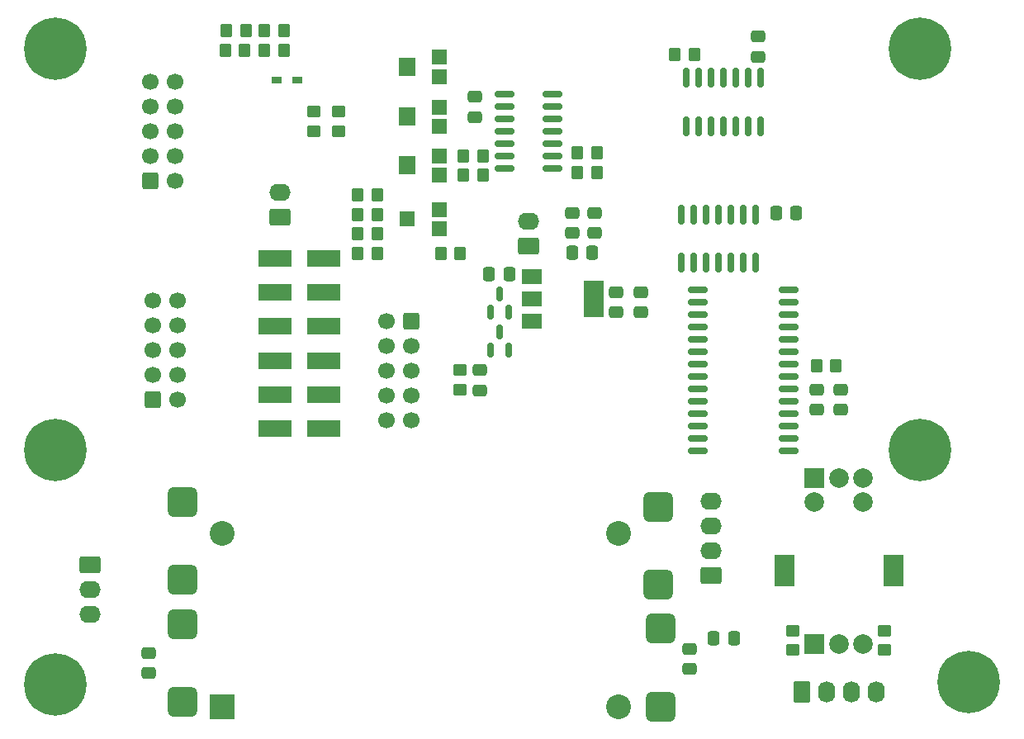
<source format=gbs>
G04 #@! TF.GenerationSoftware,KiCad,Pcbnew,(6.0.0)*
G04 #@! TF.CreationDate,2022-08-15T14:56:01+02:00*
G04 #@! TF.ProjectId,K_PA_Protec,4b5f5041-5f50-4726-9f74-65632e6b6963,rev?*
G04 #@! TF.SameCoordinates,Original*
G04 #@! TF.FileFunction,Soldermask,Bot*
G04 #@! TF.FilePolarity,Negative*
%FSLAX46Y46*%
G04 Gerber Fmt 4.6, Leading zero omitted, Abs format (unit mm)*
G04 Created by KiCad (PCBNEW (6.0.0)) date 2022-08-15 14:56:01*
%MOMM*%
%LPD*%
G01*
G04 APERTURE LIST*
G04 Aperture macros list*
%AMRoundRect*
0 Rectangle with rounded corners*
0 $1 Rounding radius*
0 $2 $3 $4 $5 $6 $7 $8 $9 X,Y pos of 4 corners*
0 Add a 4 corners polygon primitive as box body*
4,1,4,$2,$3,$4,$5,$6,$7,$8,$9,$2,$3,0*
0 Add four circle primitives for the rounded corners*
1,1,$1+$1,$2,$3*
1,1,$1+$1,$4,$5*
1,1,$1+$1,$6,$7*
1,1,$1+$1,$8,$9*
0 Add four rect primitives between the rounded corners*
20,1,$1+$1,$2,$3,$4,$5,0*
20,1,$1+$1,$4,$5,$6,$7,0*
20,1,$1+$1,$6,$7,$8,$9,0*
20,1,$1+$1,$8,$9,$2,$3,0*%
G04 Aperture macros list end*
%ADD10C,0.800000*%
%ADD11C,6.400000*%
%ADD12R,2.000000X2.000000*%
%ADD13C,2.000000*%
%ADD14R,2.000000X3.200000*%
%ADD15RoundRect,0.250000X-0.450000X0.350000X-0.450000X-0.350000X0.450000X-0.350000X0.450000X0.350000X0*%
%ADD16RoundRect,0.250000X0.350000X0.450000X-0.350000X0.450000X-0.350000X-0.450000X0.350000X-0.450000X0*%
%ADD17RoundRect,0.250000X0.337500X0.475000X-0.337500X0.475000X-0.337500X-0.475000X0.337500X-0.475000X0*%
%ADD18RoundRect,0.250000X0.845000X-0.620000X0.845000X0.620000X-0.845000X0.620000X-0.845000X-0.620000X0*%
%ADD19O,2.190000X1.740000*%
%ADD20R,3.500000X1.800000*%
%ADD21RoundRect,0.250000X0.475000X-0.337500X0.475000X0.337500X-0.475000X0.337500X-0.475000X-0.337500X0*%
%ADD22R,1.000000X0.800000*%
%ADD23RoundRect,0.150000X0.875000X0.150000X-0.875000X0.150000X-0.875000X-0.150000X0.875000X-0.150000X0*%
%ADD24R,1.500000X1.500000*%
%ADD25R,1.700000X1.900000*%
%ADD26RoundRect,0.250000X-0.475000X0.337500X-0.475000X-0.337500X0.475000X-0.337500X0.475000X0.337500X0*%
%ADD27RoundRect,0.250000X-0.350000X-0.450000X0.350000X-0.450000X0.350000X0.450000X-0.350000X0.450000X0*%
%ADD28RoundRect,0.250000X0.450000X-0.350000X0.450000X0.350000X-0.450000X0.350000X-0.450000X-0.350000X0*%
%ADD29RoundRect,0.250000X0.600000X0.600000X-0.600000X0.600000X-0.600000X-0.600000X0.600000X-0.600000X0*%
%ADD30C,1.700000*%
%ADD31R,2.000000X1.500000*%
%ADD32R,2.000000X3.800000*%
%ADD33RoundRect,0.250000X-0.620000X-0.845000X0.620000X-0.845000X0.620000X0.845000X-0.620000X0.845000X0*%
%ADD34O,1.740000X2.190000*%
%ADD35RoundRect,0.150000X-0.825000X-0.150000X0.825000X-0.150000X0.825000X0.150000X-0.825000X0.150000X0*%
%ADD36RoundRect,0.491801X-1.008199X1.008199X-1.008199X-1.008199X1.008199X-1.008199X1.008199X1.008199X0*%
%ADD37RoundRect,0.250000X-0.337500X-0.475000X0.337500X-0.475000X0.337500X0.475000X-0.337500X0.475000X0*%
%ADD38RoundRect,0.150000X0.150000X-0.587500X0.150000X0.587500X-0.150000X0.587500X-0.150000X-0.587500X0*%
%ADD39RoundRect,0.250000X-0.845000X0.620000X-0.845000X-0.620000X0.845000X-0.620000X0.845000X0.620000X0*%
%ADD40R,2.540000X2.540000*%
%ADD41C,2.540000*%
%ADD42RoundRect,0.491801X1.008199X-1.008199X1.008199X1.008199X-1.008199X1.008199X-1.008199X-1.008199X0*%
%ADD43R,1.500000X1.600000*%
%ADD44RoundRect,0.250000X-0.600000X-0.600000X0.600000X-0.600000X0.600000X0.600000X-0.600000X0.600000X0*%
%ADD45RoundRect,0.150000X0.150000X-0.825000X0.150000X0.825000X-0.150000X0.825000X-0.150000X-0.825000X0*%
G04 APERTURE END LIST*
D10*
X68302944Y-53302944D03*
X72400000Y-55000000D03*
X70000000Y-52600000D03*
X71697056Y-53302944D03*
X70000000Y-57400000D03*
X71697056Y-56697056D03*
X68302944Y-56697056D03*
D11*
X70000000Y-55000000D03*
D10*
X67600000Y-55000000D03*
X160297056Y-97897056D03*
X161000000Y-96200000D03*
X158600000Y-98600000D03*
X156200000Y-96200000D03*
X156902944Y-97897056D03*
D11*
X158600000Y-96200000D03*
D10*
X160297056Y-94502944D03*
X158600000Y-93800000D03*
X156902944Y-94502944D03*
X68302944Y-118502944D03*
X67600000Y-120200000D03*
X70000000Y-117800000D03*
X72400000Y-120200000D03*
X71697056Y-121897056D03*
D11*
X70000000Y-120200000D03*
D10*
X70000000Y-122600000D03*
X71697056Y-118502944D03*
X68302944Y-121897056D03*
X158600000Y-52600000D03*
X156200000Y-55000000D03*
X160297056Y-53302944D03*
X160297056Y-56697056D03*
X156902944Y-53302944D03*
X158600000Y-57400000D03*
X156902944Y-56697056D03*
X161000000Y-55000000D03*
D11*
X158600000Y-55000000D03*
D10*
X163600000Y-117600000D03*
D11*
X163600000Y-120000000D03*
D10*
X161902944Y-118302944D03*
X161902944Y-121697056D03*
X166000000Y-120000000D03*
X165297056Y-118302944D03*
X161200000Y-120000000D03*
X165297056Y-121697056D03*
X163600000Y-122400000D03*
D12*
X147800000Y-99037500D03*
D13*
X152800000Y-99037500D03*
X150300000Y-99037500D03*
D12*
X147800000Y-116037500D03*
D13*
X152800000Y-116037500D03*
X150300000Y-116037500D03*
D14*
X155900000Y-108537500D03*
X144700000Y-108537500D03*
D13*
X152800000Y-101537500D03*
X147800000Y-101537500D03*
D10*
X71697056Y-94502944D03*
D11*
X70000000Y-96200000D03*
D10*
X67600000Y-96200000D03*
X71697056Y-97897056D03*
X68302944Y-97897056D03*
X70000000Y-93800000D03*
X68302944Y-94502944D03*
X72400000Y-96200000D03*
X70000000Y-98600000D03*
D15*
X155000000Y-114700000D03*
X155000000Y-116700000D03*
D16*
X103000000Y-70000000D03*
X101000000Y-70000000D03*
D17*
X145937500Y-71900000D03*
X143862500Y-71900000D03*
D18*
X137180000Y-109000000D03*
D19*
X137180000Y-106460000D03*
X137180000Y-103920000D03*
X137180000Y-101380000D03*
D17*
X125037500Y-75900000D03*
X122962500Y-75900000D03*
D16*
X150000000Y-87500000D03*
X148000000Y-87500000D03*
D20*
X92500000Y-90500000D03*
X97500000Y-90500000D03*
D21*
X150500000Y-92037500D03*
X150500000Y-89962500D03*
D20*
X92500000Y-76500000D03*
X97500000Y-76500000D03*
D18*
X92980000Y-72270000D03*
D19*
X92980000Y-69730000D03*
D22*
X92650000Y-58200000D03*
X94750000Y-58200000D03*
D15*
X145600000Y-114700000D03*
X145600000Y-116700000D03*
X99000000Y-61500000D03*
X99000000Y-63500000D03*
D23*
X145150000Y-79745000D03*
X145150000Y-81015000D03*
X145150000Y-82285000D03*
X145150000Y-83555000D03*
X145150000Y-84825000D03*
X145150000Y-86095000D03*
X145150000Y-87365000D03*
X145150000Y-88635000D03*
X145150000Y-89905000D03*
X145150000Y-91175000D03*
X145150000Y-92445000D03*
X145150000Y-93715000D03*
X145150000Y-94985000D03*
X145150000Y-96255000D03*
X135850000Y-96255000D03*
X135850000Y-94985000D03*
X135850000Y-93715000D03*
X135850000Y-92445000D03*
X135850000Y-91175000D03*
X135850000Y-89905000D03*
X135850000Y-88635000D03*
X135850000Y-87365000D03*
X135850000Y-86095000D03*
X135850000Y-84825000D03*
X135850000Y-83555000D03*
X135850000Y-82285000D03*
X135850000Y-81015000D03*
X135850000Y-79745000D03*
D16*
X93400000Y-53200000D03*
X91400000Y-53200000D03*
D20*
X92500000Y-83500000D03*
X97500000Y-83500000D03*
D24*
X109300000Y-61000000D03*
D25*
X106050000Y-62000000D03*
D24*
X109300000Y-63000000D03*
D26*
X125250000Y-71862500D03*
X125250000Y-73937500D03*
D20*
X92500000Y-80000000D03*
X97500000Y-80000000D03*
D27*
X109500000Y-76000000D03*
X111500000Y-76000000D03*
D24*
X109300000Y-66000000D03*
D25*
X106050000Y-67000000D03*
D24*
X109300000Y-68000000D03*
D27*
X133500000Y-55600000D03*
X135500000Y-55600000D03*
D21*
X130000000Y-82037500D03*
X130000000Y-79962500D03*
D28*
X96500000Y-63500000D03*
X96500000Y-61500000D03*
D16*
X113800000Y-66000000D03*
X111800000Y-66000000D03*
D20*
X92500000Y-94000000D03*
X97500000Y-94000000D03*
D29*
X106500000Y-83000000D03*
D30*
X103960000Y-83000000D03*
X106500000Y-85540000D03*
X103960000Y-85540000D03*
X106500000Y-88080000D03*
X103960000Y-88080000D03*
X106500000Y-90620000D03*
X103960000Y-90620000D03*
X106500000Y-93160000D03*
X103960000Y-93160000D03*
D31*
X118850000Y-83000000D03*
X118850000Y-80700000D03*
D32*
X125150000Y-80700000D03*
D31*
X118850000Y-78400000D03*
D33*
X146500000Y-121000000D03*
D34*
X149040000Y-121000000D03*
X151580000Y-121000000D03*
X154120000Y-121000000D03*
D35*
X116025000Y-67310000D03*
X116025000Y-66040000D03*
X116025000Y-64770000D03*
X116025000Y-63500000D03*
X116025000Y-62230000D03*
X116025000Y-60960000D03*
X116025000Y-59690000D03*
X120975000Y-59690000D03*
X120975000Y-60960000D03*
X120975000Y-62230000D03*
X120975000Y-63500000D03*
X120975000Y-64770000D03*
X120975000Y-66040000D03*
X120975000Y-67310000D03*
D36*
X131800000Y-102000000D03*
X131800000Y-110000000D03*
D37*
X114462500Y-78100000D03*
X116537500Y-78100000D03*
D21*
X127500000Y-82037500D03*
X127500000Y-79962500D03*
D16*
X93400000Y-55200000D03*
X91400000Y-55200000D03*
D17*
X139537500Y-115500000D03*
X137462500Y-115500000D03*
D21*
X113000000Y-62037500D03*
X113000000Y-59962500D03*
D27*
X87400000Y-55200000D03*
X89400000Y-55200000D03*
D38*
X116450000Y-85937500D03*
X114550000Y-85937500D03*
X115500000Y-84062500D03*
D39*
X73520000Y-107960000D03*
D19*
X73520000Y-110500000D03*
X73520000Y-113040000D03*
D21*
X113500000Y-90037500D03*
X113500000Y-87962500D03*
D40*
X87080000Y-122490000D03*
D41*
X87080000Y-104710000D03*
X127720000Y-104710000D03*
X127720000Y-122490000D03*
D26*
X123000000Y-71862500D03*
X123000000Y-73937500D03*
D28*
X111500000Y-90000000D03*
X111500000Y-88000000D03*
D42*
X132000000Y-122500000D03*
X132000000Y-114500000D03*
D27*
X123500000Y-65700000D03*
X125500000Y-65700000D03*
D24*
X109300000Y-71500000D03*
D43*
X106050000Y-72500000D03*
D24*
X109300000Y-73500000D03*
D44*
X79747500Y-68580000D03*
D30*
X82287500Y-68580000D03*
X79747500Y-66040000D03*
X82287500Y-66040000D03*
X79747500Y-63500000D03*
X82287500Y-63500000D03*
X79747500Y-60960000D03*
X82287500Y-60960000D03*
X79747500Y-58420000D03*
X82287500Y-58420000D03*
D20*
X92500000Y-87000000D03*
X97500000Y-87000000D03*
D21*
X79500000Y-119037500D03*
X79500000Y-116962500D03*
D27*
X101000000Y-74000000D03*
X103000000Y-74000000D03*
X123500000Y-67700000D03*
X125500000Y-67700000D03*
D45*
X142310000Y-62975000D03*
X141040000Y-62975000D03*
X139770000Y-62975000D03*
X138500000Y-62975000D03*
X137230000Y-62975000D03*
X135960000Y-62975000D03*
X134690000Y-62975000D03*
X134690000Y-58025000D03*
X135960000Y-58025000D03*
X137230000Y-58025000D03*
X138500000Y-58025000D03*
X139770000Y-58025000D03*
X141040000Y-58025000D03*
X142310000Y-58025000D03*
D24*
X109300000Y-55900000D03*
D25*
X106050000Y-56900000D03*
D24*
X109300000Y-57900000D03*
D45*
X141810000Y-76975000D03*
X140540000Y-76975000D03*
X139270000Y-76975000D03*
X138000000Y-76975000D03*
X136730000Y-76975000D03*
X135460000Y-76975000D03*
X134190000Y-76975000D03*
X134190000Y-72025000D03*
X135460000Y-72025000D03*
X136730000Y-72025000D03*
X138000000Y-72025000D03*
X139270000Y-72025000D03*
X140540000Y-72025000D03*
X141810000Y-72025000D03*
D21*
X148000000Y-92037500D03*
X148000000Y-89962500D03*
D44*
X80000000Y-91000000D03*
D30*
X82540000Y-91000000D03*
X80000000Y-88460000D03*
X82540000Y-88460000D03*
X80000000Y-85920000D03*
X82540000Y-85920000D03*
X80000000Y-83380000D03*
X82540000Y-83380000D03*
X80000000Y-80840000D03*
X82540000Y-80840000D03*
D16*
X103000000Y-76000000D03*
X101000000Y-76000000D03*
D27*
X101000000Y-72000000D03*
X103000000Y-72000000D03*
X87500000Y-53200000D03*
X89500000Y-53200000D03*
D42*
X83000000Y-109500000D03*
X83000000Y-101500000D03*
D26*
X142000000Y-53762500D03*
X142000000Y-55837500D03*
D18*
X118480000Y-75270000D03*
D19*
X118480000Y-72730000D03*
D38*
X116450000Y-82037500D03*
X114550000Y-82037500D03*
X115500000Y-80162500D03*
D36*
X83000000Y-114000000D03*
X83000000Y-122000000D03*
D16*
X113800000Y-68000000D03*
X111800000Y-68000000D03*
D21*
X135000000Y-118637500D03*
X135000000Y-116562500D03*
M02*

</source>
